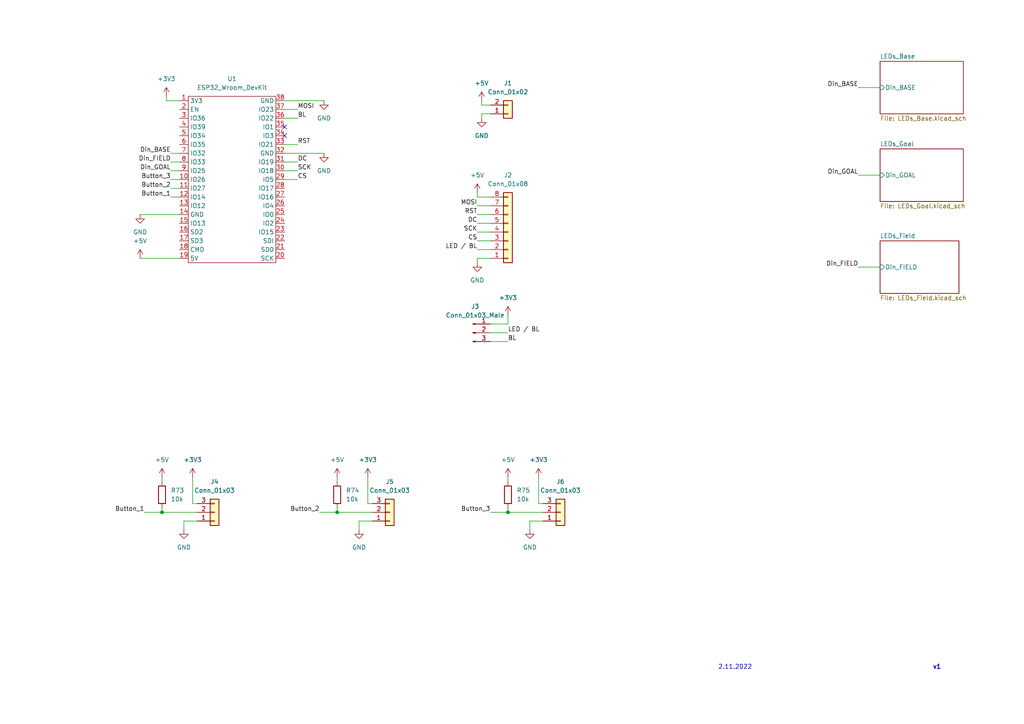
<source format=kicad_sch>
(kicad_sch (version 20211123) (generator eeschema)
  (paper "A4")
  (lib_symbols
    (symbol "Connector:Conn_01x03_Male" (pin_names (offset 1.016) hide)
      (property "Reference" "J" (at 0 5.08 0))
      (property "Value" "Conn_01x03_Male" (at 0 -5.08 0))
      (symbol "Conn_01x03_Male_1_1"
        (polyline (pts (xy 1.27 -2.54) (xy 0.8636 -2.54)) (stroke (width 0.1524)))
        (polyline (pts (xy 1.27 0) (xy 0.8636 0)) (stroke (width 0.1524)))
        (polyline (pts (xy 1.27 2.54) (xy 0.8636 2.54)) (stroke (width 0.1524)))
        (rectangle (start 0.8636 -2.413) (end 0 -2.667) (stroke (width 0.1524)) (fill (type outline)))
        (rectangle (start 0.8636 0.127) (end 0 -0.127) (stroke (width 0.1524)) (fill (type outline)))
        (rectangle (start 0.8636 2.667) (end 0 2.413) (stroke (width 0.1524)) (fill (type outline)))
        (pin passive line (at 5.08 2.54 180) (length 3.81) (name "Pin_1") (number "1"))
        (pin passive line (at 5.08 0 180) (length 3.81) (name "Pin_2") (number "2"))
        (pin passive line (at 5.08 -2.54 180) (length 3.81) (name "Pin_3") (number "3"))
      )
    )
    (symbol "Connector_Generic:Conn_01x02" (pin_names (offset 1.016) hide)
      (property "Reference" "J" (at 0 2.54 0))
      (property "Value" "Conn_01x02" (at 0 -5.08 0))
      (symbol "Conn_01x02_1_1"
        (rectangle (start -1.27 -2.413) (end 0 -2.667) (stroke (width 0.1524)))
        (rectangle (start -1.27 0.127) (end 0 -0.127) (stroke (width 0.1524)))
        (rectangle (start -1.27 1.27) (end 1.27 -3.81) (stroke (width 0.254)) (fill (type background)))
        (pin passive line (at -5.08 0 0) (length 3.81) (name "Pin_1") (number "1"))
        (pin passive line (at -5.08 -2.54 0) (length 3.81) (name "Pin_2") (number "2"))
      )
    )
    (symbol "Connector_Generic:Conn_01x03" (pin_names (offset 1.016) hide)
      (property "Reference" "J" (at 0 5.08 0))
      (property "Value" "Conn_01x03" (at 0 -5.08 0))
      (symbol "Conn_01x03_1_1"
        (rectangle (start -1.27 -2.413) (end 0 -2.667) (stroke (width 0.1524)))
        (rectangle (start -1.27 0.127) (end 0 -0.127) (stroke (width 0.1524)))
        (rectangle (start -1.27 2.667) (end 0 2.413) (stroke (width 0.1524)))
        (rectangle (start -1.27 3.81) (end 1.27 -3.81) (stroke (width 0.254)) (fill (type background)))
        (pin passive line (at -5.08 2.54 0) (length 3.81) (name "Pin_1") (number "1"))
        (pin passive line (at -5.08 0 0) (length 3.81) (name "Pin_2") (number "2"))
        (pin passive line (at -5.08 -2.54 0) (length 3.81) (name "Pin_3") (number "3"))
      )
    )
    (symbol "Connector_Generic:Conn_01x08" (pin_names (offset 1.016) hide)
      (property "Reference" "J" (at 0 10.16 0))
      (property "Value" "Conn_01x08" (at 0 -12.7 0))
      (symbol "Conn_01x08_1_1"
        (rectangle (start -1.27 -10.033) (end 0 -10.287) (stroke (width 0.1524)))
        (rectangle (start -1.27 -7.493) (end 0 -7.747) (stroke (width 0.1524)))
        (rectangle (start -1.27 -4.953) (end 0 -5.207) (stroke (width 0.1524)))
        (rectangle (start -1.27 -2.413) (end 0 -2.667) (stroke (width 0.1524)))
        (rectangle (start -1.27 0.127) (end 0 -0.127) (stroke (width 0.1524)))
        (rectangle (start -1.27 2.667) (end 0 2.413) (stroke (width 0.1524)))
        (rectangle (start -1.27 5.207) (end 0 4.953) (stroke (width 0.1524)))
        (rectangle (start -1.27 7.747) (end 0 7.493) (stroke (width 0.1524)))
        (rectangle (start -1.27 8.89) (end 1.27 -11.43) (stroke (width 0.254)) (fill (type background)))
        (pin passive line (at -5.08 7.62 0) (length 3.81) (name "Pin_1") (number "1"))
        (pin passive line (at -5.08 5.08 0) (length 3.81) (name "Pin_2") (number "2"))
        (pin passive line (at -5.08 2.54 0) (length 3.81) (name "Pin_3") (number "3"))
        (pin passive line (at -5.08 0 0) (length 3.81) (name "Pin_4") (number "4"))
        (pin passive line (at -5.08 -2.54 0) (length 3.81) (name "Pin_5") (number "5"))
        (pin passive line (at -5.08 -5.08 0) (length 3.81) (name "Pin_6") (number "6"))
        (pin passive line (at -5.08 -7.62 0) (length 3.81) (name "Pin_7") (number "7"))
        (pin passive line (at -5.08 -10.16 0) (length 3.81) (name "Pin_8") (number "8"))
      )
    )
    (symbol "Device:R" (pin_numbers hide) (pin_names (offset 0))
      (property "Reference" "R" (at 2.032 0 90))
      (property "Value" "R" (at 0 0 90))
      (symbol "R_0_1"
        (rectangle (start -1.016 -2.54) (end 1.016 2.54) (stroke (width 0.254)))
      )
      (symbol "R_1_1"
        (pin passive line (at 0 3.81 270) (length 1.27) (name "~") (number "1"))
        (pin passive line (at 0 -3.81 90) (length 1.27) (name "~") (number "2"))
      )
    )
    (symbol "ESP32_Wroom_DevKit_1"
      (property "Reference" "U" (at 0 25.4 0))
      (property "Value" "ESP32_Wroom_DevKit_1" (at 0 -25.4 0))
      (symbol "ESP32_Wroom_DevKit_1_0_1"
        (rectangle (start -12.7 24.13) (end 12.7 -24.13))
      )
      (symbol "ESP32_Wroom_DevKit_1_1_1"
        (pin power_out line (at -15.24 22.86 0) (length 2.54) (name "3V3") (number "1"))
        (pin bidirectional line (at -15.24 0 0) (length 2.54) (name "IO26") (number "10"))
        (pin bidirectional line (at -15.24 -2.54 0) (length 2.54) (name "IO27") (number "11"))
        (pin bidirectional line (at -15.24 -5.08 0) (length 2.54) (name "IO14") (number "12"))
        (pin bidirectional line (at -15.24 -7.62 0) (length 2.54) (name "IO12") (number "13"))
        (pin power_in line (at -15.24 -10.16 0) (length 2.54) (name "GND") (number "14"))
        (pin bidirectional line (at -15.24 -12.7 0) (length 2.54) (name "IO13") (number "15"))
        (pin bidirectional line (at -15.24 -15.24 0) (length 2.54) (name "SD2") (number "16"))
        (pin bidirectional line (at -15.24 -17.78 0) (length 2.54) (name "SD3") (number "17"))
        (pin bidirectional line (at -15.24 -20.32 0) (length 2.54) (name "CMD") (number "18"))
        (pin power_in line (at -15.24 -22.86 0) (length 2.54) (name "5V") (number "19"))
        (pin input line (at -15.24 20.32 0) (length 2.54) (name "EN") (number "2"))
        (pin bidirectional line (at 15.24 -22.86 180) (length 2.54) (name "SCK") (number "20"))
        (pin bidirectional line (at 15.24 -20.32 180) (length 2.54) (name "SD0") (number "21"))
        (pin bidirectional line (at 15.24 -17.78 180) (length 2.54) (name "SDI") (number "22"))
        (pin bidirectional line (at 15.24 -15.24 180) (length 2.54) (name "IO15") (number "23"))
        (pin bidirectional line (at 15.24 -12.7 180) (length 2.54) (name "IO2") (number "24"))
        (pin bidirectional line (at 15.24 -10.16 180) (length 2.54) (name "IO0") (number "25"))
        (pin bidirectional line (at 15.24 -7.62 180) (length 2.54) (name "IO4") (number "26"))
        (pin bidirectional line (at 15.24 -5.08 180) (length 2.54) (name "IO16") (number "27"))
        (pin bidirectional line (at 15.24 -2.54 180) (length 2.54) (name "IO17") (number "28"))
        (pin bidirectional line (at 15.24 0 180) (length 2.54) (name "IO5") (number "29"))
        (pin input line (at -15.24 17.78 0) (length 2.54) (name "IO36") (number "3"))
        (pin bidirectional line (at 15.24 2.54 180) (length 2.54) (name "IO18") (number "30"))
        (pin bidirectional line (at 15.24 5.08 180) (length 2.54) (name "IO19") (number "31"))
        (pin power_in line (at 15.24 7.62 180) (length 2.54) (name "GND") (number "32"))
        (pin bidirectional line (at 15.24 10.16 180) (length 2.54) (name "IO21") (number "33"))
        (pin bidirectional line (at 15.24 12.7 180) (length 2.54) (name "IO3") (number "34"))
        (pin bidirectional line (at 15.24 15.24 180) (length 2.54) (name "IO1") (number "35"))
        (pin bidirectional line (at 15.24 17.78 180) (length 2.54) (name "IO22") (number "36"))
        (pin bidirectional line (at 15.24 20.32 180) (length 2.54) (name "IO23") (number "37"))
        (pin power_in line (at 15.24 22.86 180) (length 2.54) (name "GND") (number "38"))
        (pin input line (at -15.24 15.24 0) (length 2.54) (name "IO39") (number "4"))
        (pin input line (at -15.24 12.7 0) (length 2.54) (name "IO34") (number "5"))
        (pin input line (at -15.24 10.16 0) (length 2.54) (name "IO35") (number "6"))
        (pin bidirectional line (at -15.24 7.62 0) (length 2.54) (name "IO32") (number "7"))
        (pin bidirectional line (at -15.24 5.08 0) (length 2.54) (name "IO33") (number "8"))
        (pin bidirectional line (at -15.24 2.54 0) (length 2.54) (name "IO25") (number "9"))
      )
    )
    (symbol "power:+3V3" (power) (pin_names (offset 0))
      (property "Value" "+3V3" (at 0 3.556 0))
      (symbol "+3V3_0_1"
        (polyline (pts (xy -0.762 1.27) (xy 0 2.54)))
        (polyline (pts (xy 0 0) (xy 0 2.54)))
        (polyline (pts (xy 0 2.54) (xy 0.762 1.27)))
      )
      (symbol "+3V3_1_1"
        (pin power_in line (at 0 0 90) (length 0) hide (name "+3V3") (number "1"))
      )
    )
    (symbol "power:+5V" (power) (pin_names (offset 0))
      (property "Value" "+5V" (at 0 3.556 0))
      (symbol "+5V_0_1"
        (polyline (pts (xy -0.762 1.27) (xy 0 2.54)))
        (polyline (pts (xy 0 0) (xy 0 2.54)))
        (polyline (pts (xy 0 2.54) (xy 0.762 1.27)))
      )
      (symbol "+5V_1_1"
        (pin power_in line (at 0 0 90) (length 0) hide (name "+5V") (number "1"))
      )
    )
    (symbol "power:GND" (power) (pin_names (offset 0))
      (property "Value" "GND" (at 0 -3.81 0))
      (symbol "GND_0_1"
        (polyline (pts (xy 0 0) (xy 0 -1.27) (xy 1.27 -1.27) (xy 0 -2.54) (xy -1.27 -1.27) (xy 0 -1.27)))
      )
      (symbol "GND_1_1"
        (pin power_in line (at 0 0 270) (length 0) hide (name "GND") (number "1"))
      )
    )
  )
  (junction (at 46.99 148.59))
  (junction (at 147.32 148.59))
  (junction (at 97.79 148.59))
  (no_connect (at 82.55 36.83))
  (no_connect (at 82.55 39.37))
  (wire (pts (xy 41.91 148.59) (xy 46.99 148.59)))
  (wire (pts (xy 104.14 151.13) (xy 107.95 151.13)))
  (wire (pts (xy 142.24 93.98) (xy 147.32 93.98)))
  (wire (pts (xy 248.92 50.8) (xy 255.27 50.8)))
  (wire (pts (xy 142.24 30.48) (xy 139.7 30.48)))
  (wire (pts (xy 49.53 52.07) (xy 52.07 52.07)))
  (wire (pts (xy 46.99 138.43) (xy 46.99 139.7)))
  (wire (pts (xy 153.67 151.13) (xy 157.48 151.13)))
  (wire (pts (xy 82.55 41.91) (xy 86.36 41.91)))
  (wire (pts (xy 49.53 57.15) (xy 52.07 57.15)))
  (wire (pts (xy 92.71 148.59) (xy 97.79 148.59)))
  (wire (pts (xy 138.43 64.77) (xy 142.24 64.77)))
  (wire (pts (xy 156.21 146.05) (xy 157.48 146.05)))
  (wire (pts (xy 153.67 151.13) (xy 153.67 153.67)))
  (wire (pts (xy 138.43 59.69) (xy 142.24 59.69)))
  (wire (pts (xy 48.26 27.94) (xy 48.26 29.21)))
  (wire (pts (xy 248.92 77.47) (xy 255.27 77.47)))
  (wire (pts (xy 138.43 62.23) (xy 142.24 62.23)))
  (wire (pts (xy 142.24 148.59) (xy 147.32 148.59)))
  (wire (pts (xy 138.43 74.93) (xy 142.24 74.93)))
  (wire (pts (xy 248.92 25.4) (xy 255.27 25.4)))
  (wire (pts (xy 147.32 148.59) (xy 157.48 148.59)))
  (wire (pts (xy 139.7 30.48) (xy 139.7 29.21)))
  (wire (pts (xy 82.55 29.21) (xy 93.98 29.21)))
  (wire (pts (xy 142.24 99.06) (xy 147.32 99.06)))
  (wire (pts (xy 48.26 29.21) (xy 52.07 29.21)))
  (wire (pts (xy 49.53 49.53) (xy 52.07 49.53)))
  (wire (pts (xy 82.55 44.45) (xy 93.98 44.45)))
  (wire (pts (xy 55.88 146.05) (xy 57.15 146.05)))
  (wire (pts (xy 40.64 74.93) (xy 52.07 74.93)))
  (wire (pts (xy 53.34 151.13) (xy 57.15 151.13)))
  (wire (pts (xy 138.43 74.93) (xy 138.43 76.2)))
  (wire (pts (xy 40.64 62.23) (xy 52.07 62.23)))
  (wire (pts (xy 142.24 57.15) (xy 138.43 57.15)))
  (wire (pts (xy 49.53 54.61) (xy 52.07 54.61)))
  (wire (pts (xy 49.53 44.45) (xy 52.07 44.45)))
  (wire (pts (xy 53.34 151.13) (xy 53.34 153.67)))
  (wire (pts (xy 82.55 52.07) (xy 86.36 52.07)))
  (wire (pts (xy 82.55 46.99) (xy 86.36 46.99)))
  (wire (pts (xy 104.14 151.13) (xy 104.14 153.67)))
  (wire (pts (xy 147.32 147.32) (xy 147.32 148.59)))
  (wire (pts (xy 139.7 33.02) (xy 142.24 33.02)))
  (wire (pts (xy 55.88 138.43) (xy 55.88 146.05)))
  (wire (pts (xy 156.21 138.43) (xy 156.21 146.05)))
  (wire (pts (xy 139.7 34.29) (xy 139.7 33.02)))
  (wire (pts (xy 97.79 138.43) (xy 97.79 139.7)))
  (wire (pts (xy 46.99 147.32) (xy 46.99 148.59)))
  (wire (pts (xy 138.43 72.39) (xy 142.24 72.39)))
  (wire (pts (xy 147.32 93.98) (xy 147.32 91.44)))
  (wire (pts (xy 82.55 49.53) (xy 86.36 49.53)))
  (wire (pts (xy 142.24 96.52) (xy 147.32 96.52)))
  (wire (pts (xy 147.32 138.43) (xy 147.32 139.7)))
  (wire (pts (xy 82.55 34.29) (xy 86.36 34.29)))
  (wire (pts (xy 106.68 138.43) (xy 106.68 146.05)))
  (wire (pts (xy 82.55 31.75) (xy 86.36 31.75)))
  (wire (pts (xy 49.53 46.99) (xy 52.07 46.99)))
  (wire (pts (xy 138.43 69.85) (xy 142.24 69.85)))
  (wire (pts (xy 138.43 57.15) (xy 138.43 55.88)))
  (wire (pts (xy 106.68 146.05) (xy 107.95 146.05)))
  (wire (pts (xy 97.79 148.59) (xy 107.95 148.59)))
  (wire (pts (xy 138.43 67.31) (xy 142.24 67.31)))
  (wire (pts (xy 46.99 148.59) (xy 57.15 148.59)))
  (wire (pts (xy 97.79 147.32) (xy 97.79 148.59)))
  (text "2.11.2022" (at 208.28 194.31 0) (effects (font (size 1.27 1.27)) (justify left bottom)))
  (text "v1" (at 270.51 194.31 0) (effects (font (size 1.27 1.27) (thickness 0.254) bold) (justify left bottom)))
  (label "Din_GOAL" (at 49.53 49.53 180))
  (label "Button_2" (at 49.53 54.61 180))
  (label "MOSI" (at 86.36 31.75 0))
  (label "Button_1" (at 41.91 148.59 180))
  (label "RST" (at 86.36 41.91 0))
  (label "Button_3" (at 49.53 52.07 180))
  (label "Button_2" (at 92.71 148.59 180))
  (label "BL" (at 86.36 34.29 0))
  (label "Din_BASE" (at 49.53 44.45 180))
  (label "SCK" (at 86.36 49.53 0))
  (label "MOSI" (at 138.43 59.69 180))
  (label "CS" (at 138.43 69.85 180))
  (label "DC" (at 86.36 46.99 0))
  (label "Button_3" (at 142.24 148.59 180))
  (label "Din_GOAL" (at 248.92 50.8 180))
  (label "CS" (at 86.36 52.07 0))
  (label "Din_BASE" (at 248.92 25.4 180))
  (label "Button_1" (at 49.53 57.15 180))
  (label "Din_FIELD" (at 49.53 46.99 180))
  (label "BL" (at 147.32 99.06 0))
  (label "LED {slash} BL" (at 147.32 96.52 0))
  (label "LED {slash} BL" (at 138.43 72.39 180))
  (label "DC" (at 138.43 64.77 180))
  (label "SCK" (at 138.43 67.31 180))
  (label "Din_FIELD" (at 248.92 77.47 180))
  (label "RST" (at 138.43 62.23 180))
  (symbol (lib_id "power:+3V3") (at 55.88 138.43 0) (unit 1)
    (property "Reference" "#PWR0228" (effects hide))
    (property "Value" "+3V3" (at 55.88 133.35 0))
  )
  (symbol (lib_id "Connector_Generic:Conn_01x08") (at 147.32 67.31 0) (mirror x) (unit 1)
    (property "Reference" "J2" (at 147.32 50.8 0))
    (property "Value" "Conn_01x08" (at 147.32 53.34 0))
    (property "Footprint" "Connector_JST:JST_EH_B8B-EH-A_1x08_P2.50mm_Vertical" (effects hide))
  )
  (symbol (lib_id "power:+5V") (at 139.7 29.21 0) (unit 1)
    (property "Reference" "#PWR0222" (effects hide))
    (property "Value" "+5V" (at 139.7 24.13 0))
  )
  (symbol (lib_id "Connector:Conn_01x03_Male") (at 137.16 96.52 0) (unit 1)
    (property "Reference" "J3" (at 137.795 88.9 0))
    (property "Value" "Conn_01x03_Male" (at 137.795 91.44 0))
    (property "Footprint" "Connector_PinHeader_2.54mm:PinHeader_1x03_P2.54mm_Vertical" (effects hide))
  )
  (symbol (lib_id "Device:R") (at 46.99 143.51 0) (unit 1)
    (property "Reference" "R73" (at 49.53 142.2399 0) (effects (justify left)))
    (property "Value" "10k" (at 49.53 144.7799 0) (effects (justify left)))
    (property "Footprint" "Resistor_SMD:R_0805_2012Metric" (effects hide))
  )
  (symbol (lib_id "power:GND") (at 104.14 153.67 0) (unit 1)
    (property "Reference" "#PWR0234" (effects hide))
    (property "Value" "GND" (at 104.14 158.75 0))
  )
  (symbol (lib_id "power:GND") (at 139.7 34.29 0) (unit 1)
    (property "Reference" "#PWR0223" (effects hide))
    (property "Value" "GND" (at 139.7 39.37 0))
  )
  (symbol (lib_id "power:+5V") (at 147.32 138.43 0) (unit 1)
    (property "Reference" "#PWR0232" (effects hide))
    (property "Value" "+5V" (at 147.32 133.35 0))
  )
  (symbol (lib_id "power:+3V3") (at 156.21 138.43 0) (unit 1)
    (property "Reference" "#PWR0233" (effects hide))
    (property "Value" "+3V3" (at 156.21 133.35 0))
  )
  (symbol (lib_id "Device:R") (at 147.32 143.51 0) (unit 1)
    (property "Reference" "R75" (at 149.86 142.2399 0) (effects (justify left)))
    (property "Value" "10k" (at 149.86 144.7799 0) (effects (justify left)))
    (property "Footprint" "Resistor_SMD:R_0805_2012Metric" (effects hide))
  )
  (symbol (lib_id "power:GND") (at 93.98 44.45 0) (unit 1)
    (property "Reference" "#PWR0218" (effects hide))
    (property "Value" "GND" (at 93.98 49.53 0))
  )
  (symbol (lib_id "Connector_Generic:Conn_01x03") (at 113.03 148.59 0) (mirror x) (unit 1)
    (property "Reference" "J5" (at 113.03 139.7 0))
    (property "Value" "Conn_01x03" (at 113.03 142.24 0))
    (property "Footprint" "Connector_JST:JST_EH_B3B-EH-A_1x03_P2.50mm_Vertical" (effects hide))
  )
  (symbol (lib_name "ESP32_Wroom_DevKit_1") (lib_id "esp32devkit:ESP32_Wroom_DevKit") (at 67.31 52.07 0) (unit 1)
    (property "Reference" "U1" (at 67.31 22.86 0))
    (property "Value" "ESP32_Wroom_DevKit" (at 67.31 25.4 0))
    (property "Footprint" "ESP32:ESP32 Wroom DevKit" (effects hide))
  )
  (symbol (lib_id "Connector_Generic:Conn_01x02") (at 147.32 33.02 0) (mirror x) (unit 1)
    (property "Reference" "J1" (at 147.32 24.13 0))
    (property "Value" "Conn_01x02" (at 147.32 26.67 0))
    (property "Footprint" "Connector_JST:JST_EH_B2B-EH-A_1x02_P2.50mm_Vertical" (effects hide))
  )
  (symbol (lib_id "power:+5V") (at 46.99 138.43 0) (unit 1)
    (property "Reference" "#PWR0227" (effects hide))
    (property "Value" "+5V" (at 46.99 133.35 0))
  )
  (symbol (lib_id "power:GND") (at 93.98 29.21 0) (unit 1)
    (property "Reference" "#PWR0217" (effects hide))
    (property "Value" "GND" (at 93.98 34.29 0))
  )
  (symbol (lib_id "power:+5V") (at 97.79 138.43 0) (unit 1)
    (property "Reference" "#PWR0229" (effects hide))
    (property "Value" "+5V" (at 97.79 133.35 0))
  )
  (symbol (lib_id "power:GND") (at 138.43 76.2 0) (unit 1)
    (property "Reference" "#PWR0225" (effects hide))
    (property "Value" "GND" (at 138.43 81.28 0))
  )
  (symbol (lib_id "power:+3V3") (at 48.26 27.94 0) (unit 1)
    (property "Reference" "#PWR0224" (effects hide))
    (property "Value" "+3V3" (at 48.26 22.86 0))
  )
  (symbol (lib_id "Connector_Generic:Conn_01x03") (at 162.56 148.59 0) (mirror x) (unit 1)
    (property "Reference" "J6" (at 162.56 139.7 0))
    (property "Value" "Conn_01x03" (at 162.56 142.24 0))
    (property "Footprint" "Connector_JST:JST_EH_B3B-EH-A_1x03_P2.50mm_Vertical" (effects hide))
  )
  (symbol (lib_id "power:+3V3") (at 106.68 138.43 0) (unit 1)
    (property "Reference" "#PWR0231" (effects hide))
    (property "Value" "+3V3" (at 106.68 133.35 0))
  )
  (symbol (lib_id "power:+3V3") (at 147.32 91.44 0) (unit 1)
    (property "Reference" "#PWR0221" (effects hide))
    (property "Value" "+3V3" (at 147.32 86.36 0))
  )
  (symbol (lib_id "power:+5V") (at 138.43 55.88 0) (unit 1)
    (property "Reference" "#PWR0226" (effects hide))
    (property "Value" "+5V" (at 138.43 50.8 0))
  )
  (symbol (lib_id "Connector_Generic:Conn_01x03") (at 62.23 148.59 0) (mirror x) (unit 1)
    (property "Reference" "J4" (at 62.23 139.7 0))
    (property "Value" "Conn_01x03" (at 62.23 142.24 0))
    (property "Footprint" "Connector_JST:JST_EH_B3B-EH-A_1x03_P2.50mm_Vertical" (effects hide))
  )
  (symbol (lib_id "power:GND") (at 153.67 153.67 0) (unit 1)
    (property "Reference" "#PWR0235" (effects hide))
    (property "Value" "GND" (at 153.67 158.75 0))
  )
  (symbol (lib_id "power:GND") (at 40.64 62.23 0) (unit 1)
    (property "Reference" "#PWR0219" (effects hide))
    (property "Value" "GND" (at 40.64 67.31 0))
  )
  (symbol (lib_id "Device:R") (at 97.79 143.51 0) (unit 1)
    (property "Reference" "R74" (at 100.33 142.2399 0) (effects (justify left)))
    (property "Value" "10k" (at 100.33 144.7799 0) (effects (justify left)))
    (property "Footprint" "Resistor_SMD:R_0805_2012Metric" (effects hide))
  )
  (symbol (lib_id "power:+5V") (at 40.64 74.93 0) (unit 1)
    (property "Reference" "#PWR0220" (effects hide))
    (property "Value" "+5V" (at 40.64 69.85 0))
  )
  (symbol (lib_id "power:GND") (at 53.34 153.67 0) (unit 1)
    (property "Reference" "#PWR0230" (effects hide))
    (property "Value" "GND" (at 53.34 158.75 0))
  )
  (sheet (at 255.27 69.85) (size 22.86 15.24) (stroke (width 0.1524))
    (property "Sheet name" "LEDs_Field" (at 255.27 69.1384 0) (effects (justify left bottom)))
    (property "Sheet file" "LEDs_Field.kicad_sch" (at 255.27 85.6746 0) (effects (justify left top)))
    (pin "Din_FIELD" input (at 255.27 77.47 180))
  )
  (sheet (at 255.27 43.18) (size 24.13 15.24) (stroke (width 0.1524))
    (property "Sheet name" "LEDs_Goal" (at 255.27 42.4684 0) (effects (justify left bottom)))
    (property "Sheet file" "LEDs_Goal.kicad_sch" (at 255.27 59.0046 0) (effects (justify left top)))
    (pin "Din_GOAL" input (at 255.27 50.8 180))
  )
  (sheet (at 255.27 17.78) (size 24.13 15.24) (stroke (width 0.1524))
    (property "Sheet name" "LEDs_Base" (at 255.27 17.0684 0) (effects (justify left bottom)))
    (property "Sheet file" "LEDs_Base.kicad_sch" (at 255.27 33.6046 0) (effects (justify left top)))
    (pin "Din_BASE" input (at 255.27 25.4 180))
  )
)
</source>
